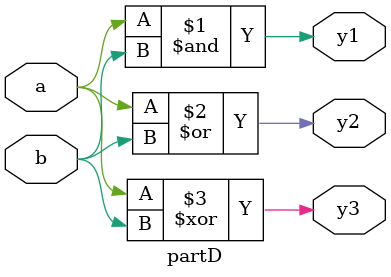
<source format=v>

`timescale 1 ns / 1 ps

module partD (a,b,y1,y2,y3);
	input a,b;
	output y1,y2,y3;
	assign y1=a&b;
	assign y2=a|b;
	assign y3=a^b;

endmodule

</source>
